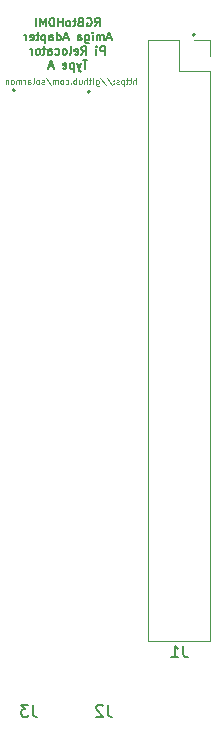
<source format=gbr>
%TF.GenerationSoftware,KiCad,Pcbnew,(5.1.9)-1*%
%TF.CreationDate,2021-04-11T18:01:07+01:00*%
%TF.ProjectId,RGBtoHDMI-Adapter Type A,52474274-6f48-4444-9d49-2d4164617074,1*%
%TF.SameCoordinates,Original*%
%TF.FileFunction,Legend,Bot*%
%TF.FilePolarity,Positive*%
%FSLAX46Y46*%
G04 Gerber Fmt 4.6, Leading zero omitted, Abs format (unit mm)*
G04 Created by KiCad (PCBNEW (5.1.9)-1) date 2021-04-11 18:01:07*
%MOMM*%
%LPD*%
G01*
G04 APERTURE LIST*
%ADD10C,0.200000*%
%ADD11C,0.150000*%
%ADD12C,0.100000*%
%ADD13C,0.120000*%
G04 APERTURE END LIST*
D10*
X90905000Y-43561000D02*
G75*
G03*
X90905000Y-43561000I-100000J0D01*
G01*
X97255000Y-43688000D02*
G75*
G03*
X97255000Y-43688000I-100000J0D01*
G01*
D11*
X92408333Y-95591380D02*
X92408333Y-96305666D01*
X92455952Y-96448523D01*
X92551190Y-96543761D01*
X92694047Y-96591380D01*
X92789285Y-96591380D01*
X92027380Y-95591380D02*
X91408333Y-95591380D01*
X91741666Y-95972333D01*
X91598809Y-95972333D01*
X91503571Y-96019952D01*
X91455952Y-96067571D01*
X91408333Y-96162809D01*
X91408333Y-96400904D01*
X91455952Y-96496142D01*
X91503571Y-96543761D01*
X91598809Y-96591380D01*
X91884523Y-96591380D01*
X91979761Y-96543761D01*
X92027380Y-96496142D01*
X98758333Y-95591380D02*
X98758333Y-96305666D01*
X98805952Y-96448523D01*
X98901190Y-96543761D01*
X99044047Y-96591380D01*
X99139285Y-96591380D01*
X98329761Y-95686619D02*
X98282142Y-95639000D01*
X98186904Y-95591380D01*
X97948809Y-95591380D01*
X97853571Y-95639000D01*
X97805952Y-95686619D01*
X97758333Y-95781857D01*
X97758333Y-95877095D01*
X97805952Y-96019952D01*
X98377380Y-96591380D01*
X97758333Y-96591380D01*
D12*
X101142904Y-43025190D02*
X101142904Y-42525190D01*
X100928619Y-43025190D02*
X100928619Y-42763285D01*
X100952428Y-42715666D01*
X101000047Y-42691857D01*
X101071476Y-42691857D01*
X101119095Y-42715666D01*
X101142904Y-42739476D01*
X100761952Y-42691857D02*
X100571476Y-42691857D01*
X100690523Y-42525190D02*
X100690523Y-42953761D01*
X100666714Y-43001380D01*
X100619095Y-43025190D01*
X100571476Y-43025190D01*
X100476238Y-42691857D02*
X100285761Y-42691857D01*
X100404809Y-42525190D02*
X100404809Y-42953761D01*
X100381000Y-43001380D01*
X100333380Y-43025190D01*
X100285761Y-43025190D01*
X100119095Y-42691857D02*
X100119095Y-43191857D01*
X100119095Y-42715666D02*
X100071476Y-42691857D01*
X99976238Y-42691857D01*
X99928619Y-42715666D01*
X99904809Y-42739476D01*
X99881000Y-42787095D01*
X99881000Y-42929952D01*
X99904809Y-42977571D01*
X99928619Y-43001380D01*
X99976238Y-43025190D01*
X100071476Y-43025190D01*
X100119095Y-43001380D01*
X99690523Y-43001380D02*
X99642904Y-43025190D01*
X99547666Y-43025190D01*
X99500047Y-43001380D01*
X99476238Y-42953761D01*
X99476238Y-42929952D01*
X99500047Y-42882333D01*
X99547666Y-42858523D01*
X99619095Y-42858523D01*
X99666714Y-42834714D01*
X99690523Y-42787095D01*
X99690523Y-42763285D01*
X99666714Y-42715666D01*
X99619095Y-42691857D01*
X99547666Y-42691857D01*
X99500047Y-42715666D01*
X99261952Y-42977571D02*
X99238142Y-43001380D01*
X99261952Y-43025190D01*
X99285761Y-43001380D01*
X99261952Y-42977571D01*
X99261952Y-43025190D01*
X99261952Y-42715666D02*
X99238142Y-42739476D01*
X99261952Y-42763285D01*
X99285761Y-42739476D01*
X99261952Y-42715666D01*
X99261952Y-42763285D01*
X98666714Y-42501380D02*
X99095285Y-43144238D01*
X98142904Y-42501380D02*
X98571476Y-43144238D01*
X97761952Y-42691857D02*
X97761952Y-43096619D01*
X97785761Y-43144238D01*
X97809571Y-43168047D01*
X97857190Y-43191857D01*
X97928619Y-43191857D01*
X97976238Y-43168047D01*
X97761952Y-43001380D02*
X97809571Y-43025190D01*
X97904809Y-43025190D01*
X97952428Y-43001380D01*
X97976238Y-42977571D01*
X98000047Y-42929952D01*
X98000047Y-42787095D01*
X97976238Y-42739476D01*
X97952428Y-42715666D01*
X97904809Y-42691857D01*
X97809571Y-42691857D01*
X97761952Y-42715666D01*
X97523857Y-43025190D02*
X97523857Y-42691857D01*
X97523857Y-42525190D02*
X97547666Y-42549000D01*
X97523857Y-42572809D01*
X97500047Y-42549000D01*
X97523857Y-42525190D01*
X97523857Y-42572809D01*
X97357190Y-42691857D02*
X97166714Y-42691857D01*
X97285761Y-42525190D02*
X97285761Y-42953761D01*
X97261952Y-43001380D01*
X97214333Y-43025190D01*
X97166714Y-43025190D01*
X97000047Y-43025190D02*
X97000047Y-42525190D01*
X96785761Y-43025190D02*
X96785761Y-42763285D01*
X96809571Y-42715666D01*
X96857190Y-42691857D01*
X96928619Y-42691857D01*
X96976238Y-42715666D01*
X97000047Y-42739476D01*
X96333380Y-42691857D02*
X96333380Y-43025190D01*
X96547666Y-42691857D02*
X96547666Y-42953761D01*
X96523857Y-43001380D01*
X96476238Y-43025190D01*
X96404809Y-43025190D01*
X96357190Y-43001380D01*
X96333380Y-42977571D01*
X96095285Y-43025190D02*
X96095285Y-42525190D01*
X96095285Y-42715666D02*
X96047666Y-42691857D01*
X95952428Y-42691857D01*
X95904809Y-42715666D01*
X95881000Y-42739476D01*
X95857190Y-42787095D01*
X95857190Y-42929952D01*
X95881000Y-42977571D01*
X95904809Y-43001380D01*
X95952428Y-43025190D01*
X96047666Y-43025190D01*
X96095285Y-43001380D01*
X95642904Y-42977571D02*
X95619095Y-43001380D01*
X95642904Y-43025190D01*
X95666714Y-43001380D01*
X95642904Y-42977571D01*
X95642904Y-43025190D01*
X95190523Y-43001380D02*
X95238142Y-43025190D01*
X95333380Y-43025190D01*
X95381000Y-43001380D01*
X95404809Y-42977571D01*
X95428619Y-42929952D01*
X95428619Y-42787095D01*
X95404809Y-42739476D01*
X95381000Y-42715666D01*
X95333380Y-42691857D01*
X95238142Y-42691857D01*
X95190523Y-42715666D01*
X94904809Y-43025190D02*
X94952428Y-43001380D01*
X94976238Y-42977571D01*
X95000047Y-42929952D01*
X95000047Y-42787095D01*
X94976238Y-42739476D01*
X94952428Y-42715666D01*
X94904809Y-42691857D01*
X94833380Y-42691857D01*
X94785761Y-42715666D01*
X94761952Y-42739476D01*
X94738142Y-42787095D01*
X94738142Y-42929952D01*
X94761952Y-42977571D01*
X94785761Y-43001380D01*
X94833380Y-43025190D01*
X94904809Y-43025190D01*
X94523857Y-43025190D02*
X94523857Y-42691857D01*
X94523857Y-42739476D02*
X94500047Y-42715666D01*
X94452428Y-42691857D01*
X94381000Y-42691857D01*
X94333380Y-42715666D01*
X94309571Y-42763285D01*
X94309571Y-43025190D01*
X94309571Y-42763285D02*
X94285761Y-42715666D01*
X94238142Y-42691857D01*
X94166714Y-42691857D01*
X94119095Y-42715666D01*
X94095285Y-42763285D01*
X94095285Y-43025190D01*
X93500047Y-42501380D02*
X93928619Y-43144238D01*
X93357190Y-43001380D02*
X93309571Y-43025190D01*
X93214333Y-43025190D01*
X93166714Y-43001380D01*
X93142904Y-42953761D01*
X93142904Y-42929952D01*
X93166714Y-42882333D01*
X93214333Y-42858523D01*
X93285761Y-42858523D01*
X93333380Y-42834714D01*
X93357190Y-42787095D01*
X93357190Y-42763285D01*
X93333380Y-42715666D01*
X93285761Y-42691857D01*
X93214333Y-42691857D01*
X93166714Y-42715666D01*
X92857190Y-43025190D02*
X92904809Y-43001380D01*
X92928619Y-42977571D01*
X92952428Y-42929952D01*
X92952428Y-42787095D01*
X92928619Y-42739476D01*
X92904809Y-42715666D01*
X92857190Y-42691857D01*
X92785761Y-42691857D01*
X92738142Y-42715666D01*
X92714333Y-42739476D01*
X92690523Y-42787095D01*
X92690523Y-42929952D01*
X92714333Y-42977571D01*
X92738142Y-43001380D01*
X92785761Y-43025190D01*
X92857190Y-43025190D01*
X92404809Y-43025190D02*
X92452428Y-43001380D01*
X92476238Y-42953761D01*
X92476238Y-42525190D01*
X92000047Y-43025190D02*
X92000047Y-42763285D01*
X92023857Y-42715666D01*
X92071476Y-42691857D01*
X92166714Y-42691857D01*
X92214333Y-42715666D01*
X92000047Y-43001380D02*
X92047666Y-43025190D01*
X92166714Y-43025190D01*
X92214333Y-43001380D01*
X92238142Y-42953761D01*
X92238142Y-42906142D01*
X92214333Y-42858523D01*
X92166714Y-42834714D01*
X92047666Y-42834714D01*
X92000047Y-42810904D01*
X91761952Y-43025190D02*
X91761952Y-42691857D01*
X91761952Y-42787095D02*
X91738142Y-42739476D01*
X91714333Y-42715666D01*
X91666714Y-42691857D01*
X91619095Y-42691857D01*
X91452428Y-43025190D02*
X91452428Y-42691857D01*
X91452428Y-42739476D02*
X91428619Y-42715666D01*
X91381000Y-42691857D01*
X91309571Y-42691857D01*
X91261952Y-42715666D01*
X91238142Y-42763285D01*
X91238142Y-43025190D01*
X91238142Y-42763285D02*
X91214333Y-42715666D01*
X91166714Y-42691857D01*
X91095285Y-42691857D01*
X91047666Y-42715666D01*
X91023857Y-42763285D01*
X91023857Y-43025190D01*
X90714333Y-43025190D02*
X90761952Y-43001380D01*
X90785761Y-42977571D01*
X90809571Y-42929952D01*
X90809571Y-42787095D01*
X90785761Y-42739476D01*
X90761952Y-42715666D01*
X90714333Y-42691857D01*
X90642904Y-42691857D01*
X90595285Y-42715666D01*
X90571476Y-42739476D01*
X90547666Y-42787095D01*
X90547666Y-42929952D01*
X90571476Y-42977571D01*
X90595285Y-43001380D01*
X90642904Y-43025190D01*
X90714333Y-43025190D01*
X90333380Y-42691857D02*
X90333380Y-43025190D01*
X90333380Y-42739476D02*
X90309571Y-42715666D01*
X90261952Y-42691857D01*
X90190523Y-42691857D01*
X90142904Y-42715666D01*
X90119095Y-42763285D01*
X90119095Y-43025190D01*
D10*
X106145000Y-38862000D02*
G75*
G03*
X106145000Y-38862000I-100000J0D01*
G01*
D11*
X97660333Y-38140666D02*
X97893666Y-37807333D01*
X98060333Y-38140666D02*
X98060333Y-37440666D01*
X97793666Y-37440666D01*
X97727000Y-37474000D01*
X97693666Y-37507333D01*
X97660333Y-37574000D01*
X97660333Y-37674000D01*
X97693666Y-37740666D01*
X97727000Y-37774000D01*
X97793666Y-37807333D01*
X98060333Y-37807333D01*
X96993666Y-37474000D02*
X97060333Y-37440666D01*
X97160333Y-37440666D01*
X97260333Y-37474000D01*
X97327000Y-37540666D01*
X97360333Y-37607333D01*
X97393666Y-37740666D01*
X97393666Y-37840666D01*
X97360333Y-37974000D01*
X97327000Y-38040666D01*
X97260333Y-38107333D01*
X97160333Y-38140666D01*
X97093666Y-38140666D01*
X96993666Y-38107333D01*
X96960333Y-38074000D01*
X96960333Y-37840666D01*
X97093666Y-37840666D01*
X96427000Y-37774000D02*
X96327000Y-37807333D01*
X96293666Y-37840666D01*
X96260333Y-37907333D01*
X96260333Y-38007333D01*
X96293666Y-38074000D01*
X96327000Y-38107333D01*
X96393666Y-38140666D01*
X96660333Y-38140666D01*
X96660333Y-37440666D01*
X96427000Y-37440666D01*
X96360333Y-37474000D01*
X96327000Y-37507333D01*
X96293666Y-37574000D01*
X96293666Y-37640666D01*
X96327000Y-37707333D01*
X96360333Y-37740666D01*
X96427000Y-37774000D01*
X96660333Y-37774000D01*
X96060333Y-37674000D02*
X95793666Y-37674000D01*
X95960333Y-37440666D02*
X95960333Y-38040666D01*
X95927000Y-38107333D01*
X95860333Y-38140666D01*
X95793666Y-38140666D01*
X95460333Y-38140666D02*
X95527000Y-38107333D01*
X95560333Y-38074000D01*
X95593666Y-38007333D01*
X95593666Y-37807333D01*
X95560333Y-37740666D01*
X95527000Y-37707333D01*
X95460333Y-37674000D01*
X95360333Y-37674000D01*
X95293666Y-37707333D01*
X95260333Y-37740666D01*
X95227000Y-37807333D01*
X95227000Y-38007333D01*
X95260333Y-38074000D01*
X95293666Y-38107333D01*
X95360333Y-38140666D01*
X95460333Y-38140666D01*
X94927000Y-38140666D02*
X94927000Y-37440666D01*
X94927000Y-37774000D02*
X94527000Y-37774000D01*
X94527000Y-38140666D02*
X94527000Y-37440666D01*
X94193666Y-38140666D02*
X94193666Y-37440666D01*
X94027000Y-37440666D01*
X93927000Y-37474000D01*
X93860333Y-37540666D01*
X93827000Y-37607333D01*
X93793666Y-37740666D01*
X93793666Y-37840666D01*
X93827000Y-37974000D01*
X93860333Y-38040666D01*
X93927000Y-38107333D01*
X94027000Y-38140666D01*
X94193666Y-38140666D01*
X93493666Y-38140666D02*
X93493666Y-37440666D01*
X93260333Y-37940666D01*
X93027000Y-37440666D01*
X93027000Y-38140666D01*
X92693666Y-38140666D02*
X92693666Y-37440666D01*
X99043666Y-39140666D02*
X98710333Y-39140666D01*
X99110333Y-39340666D02*
X98877000Y-38640666D01*
X98643666Y-39340666D01*
X98410333Y-39340666D02*
X98410333Y-38874000D01*
X98410333Y-38940666D02*
X98377000Y-38907333D01*
X98310333Y-38874000D01*
X98210333Y-38874000D01*
X98143666Y-38907333D01*
X98110333Y-38974000D01*
X98110333Y-39340666D01*
X98110333Y-38974000D02*
X98077000Y-38907333D01*
X98010333Y-38874000D01*
X97910333Y-38874000D01*
X97843666Y-38907333D01*
X97810333Y-38974000D01*
X97810333Y-39340666D01*
X97477000Y-39340666D02*
X97477000Y-38874000D01*
X97477000Y-38640666D02*
X97510333Y-38674000D01*
X97477000Y-38707333D01*
X97443666Y-38674000D01*
X97477000Y-38640666D01*
X97477000Y-38707333D01*
X96843666Y-38874000D02*
X96843666Y-39440666D01*
X96877000Y-39507333D01*
X96910333Y-39540666D01*
X96977000Y-39574000D01*
X97077000Y-39574000D01*
X97143666Y-39540666D01*
X96843666Y-39307333D02*
X96910333Y-39340666D01*
X97043666Y-39340666D01*
X97110333Y-39307333D01*
X97143666Y-39274000D01*
X97177000Y-39207333D01*
X97177000Y-39007333D01*
X97143666Y-38940666D01*
X97110333Y-38907333D01*
X97043666Y-38874000D01*
X96910333Y-38874000D01*
X96843666Y-38907333D01*
X96210333Y-39340666D02*
X96210333Y-38974000D01*
X96243666Y-38907333D01*
X96310333Y-38874000D01*
X96443666Y-38874000D01*
X96510333Y-38907333D01*
X96210333Y-39307333D02*
X96277000Y-39340666D01*
X96443666Y-39340666D01*
X96510333Y-39307333D01*
X96543666Y-39240666D01*
X96543666Y-39174000D01*
X96510333Y-39107333D01*
X96443666Y-39074000D01*
X96277000Y-39074000D01*
X96210333Y-39040666D01*
X95377000Y-39140666D02*
X95043666Y-39140666D01*
X95443666Y-39340666D02*
X95210333Y-38640666D01*
X94977000Y-39340666D01*
X94443666Y-39340666D02*
X94443666Y-38640666D01*
X94443666Y-39307333D02*
X94510333Y-39340666D01*
X94643666Y-39340666D01*
X94710333Y-39307333D01*
X94743666Y-39274000D01*
X94777000Y-39207333D01*
X94777000Y-39007333D01*
X94743666Y-38940666D01*
X94710333Y-38907333D01*
X94643666Y-38874000D01*
X94510333Y-38874000D01*
X94443666Y-38907333D01*
X93810333Y-39340666D02*
X93810333Y-38974000D01*
X93843666Y-38907333D01*
X93910333Y-38874000D01*
X94043666Y-38874000D01*
X94110333Y-38907333D01*
X93810333Y-39307333D02*
X93877000Y-39340666D01*
X94043666Y-39340666D01*
X94110333Y-39307333D01*
X94143666Y-39240666D01*
X94143666Y-39174000D01*
X94110333Y-39107333D01*
X94043666Y-39074000D01*
X93877000Y-39074000D01*
X93810333Y-39040666D01*
X93477000Y-38874000D02*
X93477000Y-39574000D01*
X93477000Y-38907333D02*
X93410333Y-38874000D01*
X93277000Y-38874000D01*
X93210333Y-38907333D01*
X93177000Y-38940666D01*
X93143666Y-39007333D01*
X93143666Y-39207333D01*
X93177000Y-39274000D01*
X93210333Y-39307333D01*
X93277000Y-39340666D01*
X93410333Y-39340666D01*
X93477000Y-39307333D01*
X92943666Y-38874000D02*
X92677000Y-38874000D01*
X92843666Y-38640666D02*
X92843666Y-39240666D01*
X92810333Y-39307333D01*
X92743666Y-39340666D01*
X92677000Y-39340666D01*
X92177000Y-39307333D02*
X92243666Y-39340666D01*
X92377000Y-39340666D01*
X92443666Y-39307333D01*
X92477000Y-39240666D01*
X92477000Y-38974000D01*
X92443666Y-38907333D01*
X92377000Y-38874000D01*
X92243666Y-38874000D01*
X92177000Y-38907333D01*
X92143666Y-38974000D01*
X92143666Y-39040666D01*
X92477000Y-39107333D01*
X91843666Y-39340666D02*
X91843666Y-38874000D01*
X91843666Y-39007333D02*
X91810333Y-38940666D01*
X91777000Y-38907333D01*
X91710333Y-38874000D01*
X91643666Y-38874000D01*
X98493666Y-40540666D02*
X98493666Y-39840666D01*
X98227000Y-39840666D01*
X98160333Y-39874000D01*
X98127000Y-39907333D01*
X98093666Y-39974000D01*
X98093666Y-40074000D01*
X98127000Y-40140666D01*
X98160333Y-40174000D01*
X98227000Y-40207333D01*
X98493666Y-40207333D01*
X97793666Y-40540666D02*
X97793666Y-40074000D01*
X97793666Y-39840666D02*
X97827000Y-39874000D01*
X97793666Y-39907333D01*
X97760333Y-39874000D01*
X97793666Y-39840666D01*
X97793666Y-39907333D01*
X96527000Y-40540666D02*
X96760333Y-40207333D01*
X96927000Y-40540666D02*
X96927000Y-39840666D01*
X96660333Y-39840666D01*
X96593666Y-39874000D01*
X96560333Y-39907333D01*
X96527000Y-39974000D01*
X96527000Y-40074000D01*
X96560333Y-40140666D01*
X96593666Y-40174000D01*
X96660333Y-40207333D01*
X96927000Y-40207333D01*
X95960333Y-40507333D02*
X96027000Y-40540666D01*
X96160333Y-40540666D01*
X96227000Y-40507333D01*
X96260333Y-40440666D01*
X96260333Y-40174000D01*
X96227000Y-40107333D01*
X96160333Y-40074000D01*
X96027000Y-40074000D01*
X95960333Y-40107333D01*
X95927000Y-40174000D01*
X95927000Y-40240666D01*
X96260333Y-40307333D01*
X95527000Y-40540666D02*
X95593666Y-40507333D01*
X95627000Y-40440666D01*
X95627000Y-39840666D01*
X95160333Y-40540666D02*
X95227000Y-40507333D01*
X95260333Y-40474000D01*
X95293666Y-40407333D01*
X95293666Y-40207333D01*
X95260333Y-40140666D01*
X95227000Y-40107333D01*
X95160333Y-40074000D01*
X95060333Y-40074000D01*
X94993666Y-40107333D01*
X94960333Y-40140666D01*
X94927000Y-40207333D01*
X94927000Y-40407333D01*
X94960333Y-40474000D01*
X94993666Y-40507333D01*
X95060333Y-40540666D01*
X95160333Y-40540666D01*
X94327000Y-40507333D02*
X94393666Y-40540666D01*
X94527000Y-40540666D01*
X94593666Y-40507333D01*
X94627000Y-40474000D01*
X94660333Y-40407333D01*
X94660333Y-40207333D01*
X94627000Y-40140666D01*
X94593666Y-40107333D01*
X94527000Y-40074000D01*
X94393666Y-40074000D01*
X94327000Y-40107333D01*
X93727000Y-40540666D02*
X93727000Y-40174000D01*
X93760333Y-40107333D01*
X93827000Y-40074000D01*
X93960333Y-40074000D01*
X94027000Y-40107333D01*
X93727000Y-40507333D02*
X93793666Y-40540666D01*
X93960333Y-40540666D01*
X94027000Y-40507333D01*
X94060333Y-40440666D01*
X94060333Y-40374000D01*
X94027000Y-40307333D01*
X93960333Y-40274000D01*
X93793666Y-40274000D01*
X93727000Y-40240666D01*
X93493666Y-40074000D02*
X93227000Y-40074000D01*
X93393666Y-39840666D02*
X93393666Y-40440666D01*
X93360333Y-40507333D01*
X93293666Y-40540666D01*
X93227000Y-40540666D01*
X92893666Y-40540666D02*
X92960333Y-40507333D01*
X92993666Y-40474000D01*
X93027000Y-40407333D01*
X93027000Y-40207333D01*
X92993666Y-40140666D01*
X92960333Y-40107333D01*
X92893666Y-40074000D01*
X92793666Y-40074000D01*
X92727000Y-40107333D01*
X92693666Y-40140666D01*
X92660333Y-40207333D01*
X92660333Y-40407333D01*
X92693666Y-40474000D01*
X92727000Y-40507333D01*
X92793666Y-40540666D01*
X92893666Y-40540666D01*
X92360333Y-40540666D02*
X92360333Y-40074000D01*
X92360333Y-40207333D02*
X92327000Y-40140666D01*
X92293666Y-40107333D01*
X92227000Y-40074000D01*
X92160333Y-40074000D01*
X97027000Y-41040666D02*
X96627000Y-41040666D01*
X96827000Y-41740666D02*
X96827000Y-41040666D01*
X96460333Y-41274000D02*
X96293666Y-41740666D01*
X96127000Y-41274000D02*
X96293666Y-41740666D01*
X96360333Y-41907333D01*
X96393666Y-41940666D01*
X96460333Y-41974000D01*
X95860333Y-41274000D02*
X95860333Y-41974000D01*
X95860333Y-41307333D02*
X95793666Y-41274000D01*
X95660333Y-41274000D01*
X95593666Y-41307333D01*
X95560333Y-41340666D01*
X95527000Y-41407333D01*
X95527000Y-41607333D01*
X95560333Y-41674000D01*
X95593666Y-41707333D01*
X95660333Y-41740666D01*
X95793666Y-41740666D01*
X95860333Y-41707333D01*
X94960333Y-41707333D02*
X95027000Y-41740666D01*
X95160333Y-41740666D01*
X95227000Y-41707333D01*
X95260333Y-41640666D01*
X95260333Y-41374000D01*
X95227000Y-41307333D01*
X95160333Y-41274000D01*
X95027000Y-41274000D01*
X94960333Y-41307333D01*
X94927000Y-41374000D01*
X94927000Y-41440666D01*
X95260333Y-41507333D01*
X94127000Y-41540666D02*
X93793666Y-41540666D01*
X94193666Y-41740666D02*
X93960333Y-41040666D01*
X93727000Y-41740666D01*
D13*
%TO.C,J1*%
X107375000Y-39310000D02*
X106045000Y-39310000D01*
X107375000Y-40640000D02*
X107375000Y-39310000D01*
X104775000Y-39310000D02*
X102175000Y-39310000D01*
X104775000Y-41910000D02*
X104775000Y-39310000D01*
X107375000Y-41910000D02*
X104775000Y-41910000D01*
X102175000Y-39310000D02*
X102175000Y-90230000D01*
X107375000Y-41910000D02*
X107375000Y-90230000D01*
X107375000Y-90230000D02*
X102175000Y-90230000D01*
D11*
X105133733Y-90587580D02*
X105133733Y-91301866D01*
X105181352Y-91444723D01*
X105276590Y-91539961D01*
X105419447Y-91587580D01*
X105514685Y-91587580D01*
X104133733Y-91587580D02*
X104705161Y-91587580D01*
X104419447Y-91587580D02*
X104419447Y-90587580D01*
X104514685Y-90730438D01*
X104609923Y-90825676D01*
X104705161Y-90873295D01*
%TD*%
M02*

</source>
